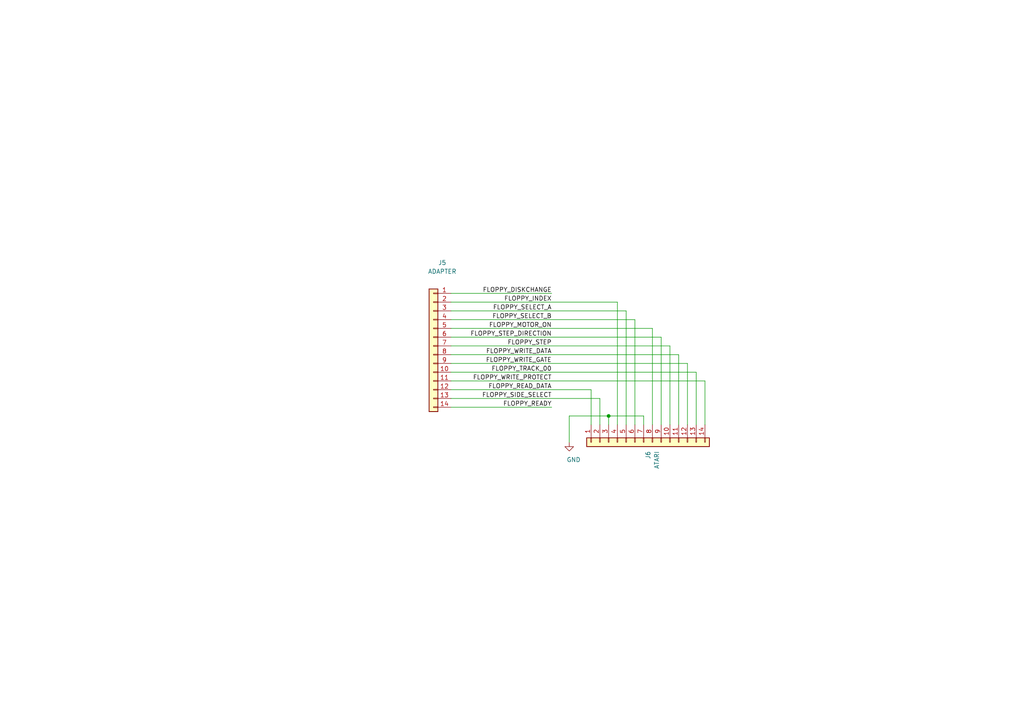
<source format=kicad_sch>
(kicad_sch (version 20210126) (generator eeschema)
  (paper "A4")
  (lib_symbols
    (symbol "Connector_Generic:Conn_01x14" (pin_names (offset 1.016) hide)
      (property "Reference" "J" (at 0 17.78 0))
      (property "Value" "Conn_01x14" (at 0 -20.32 0))
      (symbol "Conn_01x14_1_1"
        (rectangle (start -1.27 -4.953) (end 0 -5.207) (stroke (width 0.1524)))
        (rectangle (start -1.27 -7.493) (end 0 -7.747) (stroke (width 0.1524)))
        (rectangle (start -1.27 -10.033) (end 0 -10.287) (stroke (width 0.1524)))
        (rectangle (start -1.27 -12.573) (end 0 -12.827) (stroke (width 0.1524)))
        (rectangle (start -1.27 -15.113) (end 0 -15.367) (stroke (width 0.1524)))
        (rectangle (start -1.27 -17.653) (end 0 -17.907) (stroke (width 0.1524)))
        (rectangle (start -1.27 -2.413) (end 0 -2.667) (stroke (width 0.1524)))
        (rectangle (start -1.27 2.667) (end 0 2.413) (stroke (width 0.1524)))
        (rectangle (start -1.27 5.207) (end 0 4.953) (stroke (width 0.1524)))
        (rectangle (start -1.27 7.747) (end 0 7.493) (stroke (width 0.1524)))
        (rectangle (start -1.27 10.287) (end 0 10.033) (stroke (width 0.1524)))
        (rectangle (start -1.27 0.127) (end 0 -0.127) (stroke (width 0.1524)))
        (rectangle (start -1.27 12.827) (end 0 12.573) (stroke (width 0.1524)))
        (rectangle (start -1.27 15.367) (end 0 15.113) (stroke (width 0.1524)))
        (rectangle (start -1.27 16.51) (end 1.27 -19.05) (stroke (width 0.254)) (fill (type background)))
        (pin passive line (at -5.08 15.24 0) (length 3.81) (name "Pin_1") (number "1"))
        (pin passive line (at -5.08 -7.62 0) (length 3.81) (name "Pin_10") (number "10"))
        (pin passive line (at -5.08 -10.16 0) (length 3.81) (name "Pin_11") (number "11"))
        (pin passive line (at -5.08 -12.7 0) (length 3.81) (name "Pin_12") (number "12"))
        (pin passive line (at -5.08 -15.24 0) (length 3.81) (name "Pin_13") (number "13"))
        (pin passive line (at -5.08 -17.78 0) (length 3.81) (name "Pin_14") (number "14"))
        (pin passive line (at -5.08 12.7 0) (length 3.81) (name "Pin_2") (number "2"))
        (pin passive line (at -5.08 10.16 0) (length 3.81) (name "Pin_3") (number "3"))
        (pin passive line (at -5.08 7.62 0) (length 3.81) (name "Pin_4") (number "4"))
        (pin passive line (at -5.08 5.08 0) (length 3.81) (name "Pin_5") (number "5"))
        (pin passive line (at -5.08 2.54 0) (length 3.81) (name "Pin_6") (number "6"))
        (pin passive line (at -5.08 0 0) (length 3.81) (name "Pin_7") (number "7"))
        (pin passive line (at -5.08 -2.54 0) (length 3.81) (name "Pin_8") (number "8"))
        (pin passive line (at -5.08 -5.08 0) (length 3.81) (name "Pin_9") (number "9"))
      )
    )
    (symbol "power:GND" (power) (pin_names (offset 0))
      (property "Value" "GND" (at 0 -3.81 0))
      (symbol "GND_0_1"
        (polyline (pts (xy 0 0) (xy 0 -1.27) (xy 1.27 -1.27) (xy 0 -2.54) (xy -1.27 -1.27) (xy 0 -1.27)))
      )
      (symbol "GND_1_1"
        (pin power_in line (at 0 0 270) (length 0) hide (name "GND") (number "1"))
      )
    )
  )
  (junction (at 176.53 120.65) (diameter 0.9144))
  (wire (pts (xy 130.81 85.09) (xy 160.02 85.09)))
  (wire (pts (xy 130.81 87.63) (xy 179.07 87.63)))
  (wire (pts (xy 130.81 90.17) (xy 181.61 90.17)))
  (wire (pts (xy 130.81 92.71) (xy 184.15 92.71)))
  (wire (pts (xy 130.81 95.25) (xy 189.23 95.25)))
  (wire (pts (xy 130.81 97.79) (xy 191.77 97.79)))
  (wire (pts (xy 130.81 100.33) (xy 194.31 100.33)))
  (wire (pts (xy 130.81 102.87) (xy 196.85 102.87)))
  (wire (pts (xy 130.81 105.41) (xy 199.39 105.41)))
  (wire (pts (xy 130.81 107.95) (xy 201.93 107.95)))
  (wire (pts (xy 130.81 110.49) (xy 204.47 110.49)))
  (wire (pts (xy 130.81 113.03) (xy 171.45 113.03)))
  (wire (pts (xy 130.81 115.57) (xy 173.99 115.57)))
  (wire (pts (xy 160.02 118.11) (xy 130.81 118.11)))
  (wire (pts (xy 165.1 120.65) (xy 165.1 128.27)))
  (wire (pts (xy 165.1 120.65) (xy 176.53 120.65)))
  (wire (pts (xy 171.45 123.19) (xy 171.45 113.03)))
  (wire (pts (xy 173.99 123.19) (xy 173.99 115.57)))
  (wire (pts (xy 176.53 120.65) (xy 176.53 123.19)))
  (wire (pts (xy 176.53 120.65) (xy 186.69 120.65)))
  (wire (pts (xy 179.07 123.19) (xy 179.07 87.63)))
  (wire (pts (xy 181.61 123.19) (xy 181.61 90.17)))
  (wire (pts (xy 184.15 123.19) (xy 184.15 92.71)))
  (wire (pts (xy 186.69 123.19) (xy 186.69 120.65)))
  (wire (pts (xy 189.23 123.19) (xy 189.23 95.25)))
  (wire (pts (xy 191.77 123.19) (xy 191.77 97.79)))
  (wire (pts (xy 194.31 123.19) (xy 194.31 100.33)))
  (wire (pts (xy 196.85 123.19) (xy 196.85 102.87)))
  (wire (pts (xy 199.39 123.19) (xy 199.39 105.41)))
  (wire (pts (xy 201.93 123.19) (xy 201.93 107.95)))
  (wire (pts (xy 204.47 110.49) (xy 204.47 123.19)))
  (label "FLOPPY_DISKCHANGE" (at 160.02 85.09 180))
  (label "FLOPPY_INDEX" (at 160.02 87.63 180))
  (label "FLOPPY_SELECT_A" (at 160.02 90.17 180))
  (label "FLOPPY_SELECT_B" (at 160.02 92.71 180))
  (label "FLOPPY_MOTOR_ON" (at 160.02 95.25 180))
  (label "FLOPPY_STEP_DIRECTION" (at 160.02 97.79 180))
  (label "FLOPPY_STEP" (at 160.02 100.33 180))
  (label "FLOPPY_WRITE_DATA" (at 160.02 102.87 180))
  (label "FLOPPY_WRITE_GATE" (at 160.02 105.41 180))
  (label "FLOPPY_TRACK_00" (at 160.02 107.95 180))
  (label "FLOPPY_WRITE_PROTECT" (at 160.02 110.49 180))
  (label "FLOPPY_READ_DATA" (at 160.02 113.03 180))
  (label "FLOPPY_SIDE_SELECT" (at 160.02 115.57 180))
  (label "FLOPPY_READY" (at 160.02 118.11 180))
  (symbol (lib_id "power:GND") (at 165.1 128.27 0) (unit 1)
    (property "Reference" "#PWR0101" (effects hide))
    (property "Value" "GND" (at 166.37 133.35 0))
  )
  (symbol (lib_id "Connector_Generic:Conn_01x14") (at 125.73 100.33 0) (mirror y) (unit 1)
    (property "Reference" "J5" (at 128.27 76.2 0))
    (property "Value" "ADAPTER" (at 128.27 78.74 0))
    (property "Footprint" "Connector_IDC:IDC-Header_2x07_P2.54mm_Vertical" (effects hide))
  )
  (symbol (lib_id "Connector_Generic:Conn_01x14") (at 186.69 128.27 90) (mirror x) (unit 1)
    (property "Reference" "J6" (at 187.96 130.81 0) (effects (justify left)))
    (property "Value" "ATARI" (at 190.5 130.81 0) (effects (justify left)))
    (property "Footprint" "parts:DIN14" (effects hide))
  )
)
</source>
